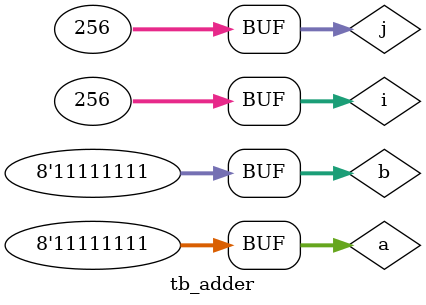
<source format=v>
`timescale 1ns / 1ps
module tb_adder ();

    reg [7:0] a, b;
    wire [7:0] r;
    wire over;
    wire seg_comm;
    bit8adder uut (
        .a(a),
        .b(b),
        .r(r),
        .over(over)
    );
    integer i;
    integer j;
    initial begin
        a = 8'h0;
        b = 8'h0;
        for (i = 0; i < 256; i = i + 1) begin
            a = i;
            for (j = 0; j < 256; j = j + 1) begin
                b = j;
                #1;
            end
        end



    end


endmodule
</source>
